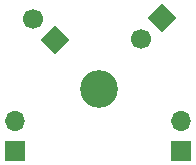
<source format=gbs>
%TF.GenerationSoftware,KiCad,Pcbnew,7.0.5*%
%TF.CreationDate,2024-02-13T09:53:05+02:00*%
%TF.ProjectId,Battery Charger,42617474-6572-4792-9043-686172676572,V0*%
%TF.SameCoordinates,Original*%
%TF.FileFunction,Soldermask,Bot*%
%TF.FilePolarity,Negative*%
%FSLAX46Y46*%
G04 Gerber Fmt 4.6, Leading zero omitted, Abs format (unit mm)*
G04 Created by KiCad (PCBNEW 7.0.5) date 2024-02-13 09:53:05*
%MOMM*%
%LPD*%
G01*
G04 APERTURE LIST*
G04 Aperture macros list*
%AMHorizOval*
0 Thick line with rounded ends*
0 $1 width*
0 $2 $3 position (X,Y) of the first rounded end (center of the circle)*
0 $4 $5 position (X,Y) of the second rounded end (center of the circle)*
0 Add line between two ends*
20,1,$1,$2,$3,$4,$5,0*
0 Add two circle primitives to create the rounded ends*
1,1,$1,$2,$3*
1,1,$1,$4,$5*%
%AMRotRect*
0 Rectangle, with rotation*
0 The origin of the aperture is its center*
0 $1 length*
0 $2 width*
0 $3 Rotation angle, in degrees counterclockwise*
0 Add horizontal line*
21,1,$1,$2,0,0,$3*%
G04 Aperture macros list end*
%ADD10R,1.700000X1.700000*%
%ADD11O,1.700000X1.700000*%
%ADD12RotRect,1.700000X1.700000X225.000000*%
%ADD13HorizOval,1.700000X0.000000X0.000000X0.000000X0.000000X0*%
%ADD14RotRect,1.700000X1.700000X315.000000*%
%ADD15HorizOval,1.700000X0.000000X0.000000X0.000000X0.000000X0*%
%ADD16C,3.200000*%
G04 APERTURE END LIST*
D10*
%TO.C,J_{Battery+}1*%
X6985000Y-5289000D03*
D11*
X6985000Y-2749000D03*
%TD*%
D10*
%TO.C,J_{VUSB+}1*%
X-7110000Y-5289000D03*
D11*
X-7110000Y-2749000D03*
%TD*%
D12*
%TO.C,J_{VOUT}1*%
X-3733973Y4109000D03*
D13*
X-5530024Y5905051D03*
%TD*%
D14*
%TO.C,J_{Switch}1*%
X5346562Y5981561D03*
D15*
X3550511Y4185510D03*
%TD*%
D16*
%TO.C,H1*%
X0Y0D03*
%TD*%
M02*

</source>
